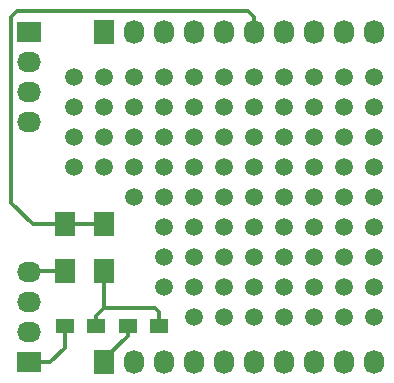
<source format=gbr>
G04 #@! TF.FileFunction,Copper,L1,Top,Signal*
%FSLAX46Y46*%
G04 Gerber Fmt 4.6, Leading zero omitted, Abs format (unit mm)*
G04 Created by KiCad (PCBNEW 4.0.5+dfsg1-4) date Wed Mar  8 23:13:07 2017*
%MOMM*%
%LPD*%
G01*
G04 APERTURE LIST*
%ADD10C,0.100000*%
%ADD11R,2.032000X1.727200*%
%ADD12O,2.032000X1.727200*%
%ADD13R,1.727200X2.032000*%
%ADD14O,1.727200X2.032000*%
%ADD15R,1.700000X2.000000*%
%ADD16R,1.500000X1.300000*%
%ADD17C,1.500000*%
%ADD18C,0.355600*%
G04 APERTURE END LIST*
D10*
D11*
X40640000Y-27940000D03*
D12*
X40640000Y-30480000D03*
X40640000Y-33020000D03*
X40640000Y-35560000D03*
D11*
X40640000Y-55880000D03*
D12*
X40640000Y-53340000D03*
X40640000Y-50800000D03*
X40640000Y-48260000D03*
D13*
X46990000Y-55880000D03*
D14*
X49530000Y-55880000D03*
X52070000Y-55880000D03*
X54610000Y-55880000D03*
X57150000Y-55880000D03*
X59690000Y-55880000D03*
X62230000Y-55880000D03*
X64770000Y-55880000D03*
X67310000Y-55880000D03*
X69850000Y-55880000D03*
D13*
X46990000Y-27940000D03*
D14*
X49530000Y-27940000D03*
X52070000Y-27940000D03*
X54610000Y-27940000D03*
X57150000Y-27940000D03*
X59690000Y-27940000D03*
X62230000Y-27940000D03*
X64770000Y-27940000D03*
X67310000Y-27940000D03*
X69850000Y-27940000D03*
D15*
X43688000Y-44228000D03*
X43688000Y-48228000D03*
X46990000Y-48228000D03*
X46990000Y-44228000D03*
D16*
X48942000Y-52832000D03*
X51642000Y-52832000D03*
X43608000Y-52832000D03*
X46308000Y-52832000D03*
D17*
X46990000Y-31750000D03*
X49530000Y-31750000D03*
X52070000Y-31750000D03*
X54610000Y-31750000D03*
X57150000Y-31750000D03*
X59690000Y-31750000D03*
X62230000Y-31750000D03*
X64770000Y-31750000D03*
X67310000Y-31750000D03*
X69850000Y-34290000D03*
X67310000Y-34290000D03*
X69850000Y-31750000D03*
X64770000Y-34290000D03*
X62230000Y-34290000D03*
X59690000Y-34290000D03*
X57150000Y-34290000D03*
X54610000Y-34290000D03*
X52070000Y-34290000D03*
X49530000Y-34290000D03*
X46990000Y-34290000D03*
X46990000Y-36830000D03*
X44450000Y-31750000D03*
X44450000Y-34290000D03*
X44450000Y-36830000D03*
X49530000Y-36830000D03*
X52070000Y-36830000D03*
X54610000Y-36830000D03*
X57150000Y-36830000D03*
X59690000Y-36830000D03*
X62230000Y-36830000D03*
X64770000Y-36830000D03*
X67310000Y-36830000D03*
X69850000Y-36830000D03*
X69850000Y-39370000D03*
X67310000Y-39370000D03*
X64770000Y-39370000D03*
X62230000Y-39370000D03*
X59690000Y-39370000D03*
X57150000Y-39370000D03*
X54610000Y-39370000D03*
X52070000Y-39370000D03*
X49530000Y-39370000D03*
X46990000Y-39370000D03*
X44450000Y-39370000D03*
X49530000Y-41910000D03*
X52070000Y-41910000D03*
X54610000Y-41910000D03*
X57150000Y-41910000D03*
X59690000Y-41910000D03*
X62230000Y-41910000D03*
X64770000Y-41910000D03*
X67310000Y-41910000D03*
X69850000Y-41910000D03*
X69850000Y-44450000D03*
X67310000Y-44450000D03*
X64770000Y-44450000D03*
X62230000Y-44450000D03*
X59690000Y-44450000D03*
X57150000Y-44450000D03*
X54610000Y-44450000D03*
X52070000Y-44450000D03*
X52070000Y-46990000D03*
X54610000Y-46990000D03*
X57150000Y-46990000D03*
X59690000Y-46990000D03*
X62230000Y-46990000D03*
X64770000Y-46990000D03*
X67310000Y-46990000D03*
X69850000Y-46990000D03*
X69850000Y-49530000D03*
X67310000Y-49530000D03*
X64770000Y-49530000D03*
X62230000Y-49530000D03*
X59690000Y-49530000D03*
X57150000Y-49530000D03*
X54610000Y-49530000D03*
X52070000Y-49530000D03*
X54610000Y-52070000D03*
X57150000Y-52070000D03*
X59690000Y-52070000D03*
X62230000Y-52070000D03*
X64770000Y-52070000D03*
X67310000Y-52070000D03*
X69850000Y-52070000D03*
D18*
X46990000Y-55880000D02*
X46990000Y-55626000D01*
X46990000Y-55626000D02*
X48942000Y-53674000D01*
X48942000Y-53674000D02*
X48942000Y-52832000D01*
X43688000Y-48228000D02*
X40672000Y-48228000D01*
X40672000Y-48228000D02*
X40640000Y-48260000D01*
X40640000Y-55880000D02*
X42418000Y-55880000D01*
X43608000Y-54690000D02*
X43608000Y-52832000D01*
X42418000Y-55880000D02*
X43608000Y-54690000D01*
X43688000Y-44228000D02*
X40926000Y-44228000D01*
X59690000Y-26670000D02*
X59690000Y-27940000D01*
X59182000Y-26162000D02*
X59690000Y-26670000D01*
X39624000Y-26162000D02*
X59182000Y-26162000D01*
X39116000Y-26670000D02*
X39624000Y-26162000D01*
X39116000Y-42418000D02*
X39116000Y-26670000D01*
X40926000Y-44228000D02*
X39116000Y-42418000D01*
X43688000Y-44228000D02*
X46990000Y-44228000D01*
X46990000Y-51308000D02*
X46990000Y-48228000D01*
X46308000Y-52832000D02*
X46308000Y-51990000D01*
X51642000Y-51642000D02*
X51642000Y-52832000D01*
X51308000Y-51308000D02*
X51642000Y-51642000D01*
X46990000Y-51308000D02*
X51308000Y-51308000D01*
X46308000Y-51990000D02*
X46990000Y-51308000D01*
M02*

</source>
